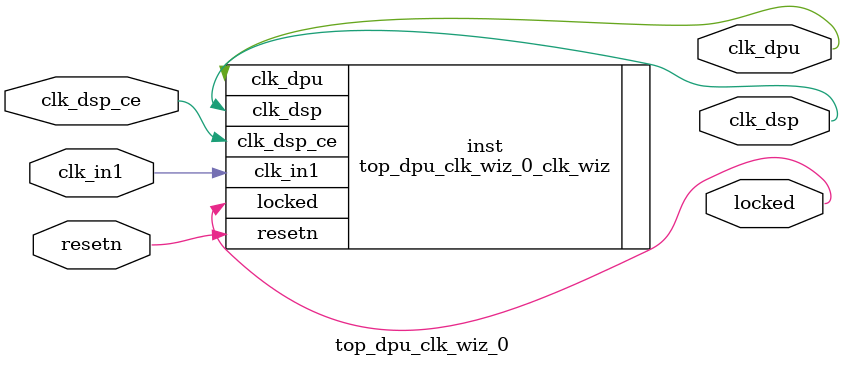
<source format=v>


`timescale 1ps/1ps

(* CORE_GENERATION_INFO = "top_dpu_clk_wiz_0,clk_wiz_v6_0_15_0_0,{component_name=top_dpu_clk_wiz_0,use_phase_alignment=false,use_min_o_jitter=false,use_max_i_jitter=false,use_dyn_phase_shift=false,use_inclk_switchover=false,use_dyn_reconfig=false,enable_axi=0,feedback_source=FDBK_AUTO,PRIMITIVE=PLL,num_out_clk=2,clkin1_period=10.001,clkin2_period=10.000,use_power_down=false,use_reset=true,use_locked=true,use_inclk_stopped=false,feedback_type=SINGLE,CLOCK_MGR_TYPE=NA,manual_override=false}" *)

module top_dpu_clk_wiz_0 
 (
  // Clock out ports
  input         clk_dsp_ce,
  output        clk_dsp,
  output        clk_dpu,
  // Status and control signals
  input         resetn,
  output        locked,
 // Clock in ports
  input         clk_in1
 );

  top_dpu_clk_wiz_0_clk_wiz inst
  (
  // Clock out ports  
  .clk_dsp_ce(clk_dsp_ce),
  .clk_dsp(clk_dsp),
  .clk_dpu(clk_dpu),
  // Status and control signals               
  .resetn(resetn), 
  .locked(locked),
 // Clock in ports
  .clk_in1(clk_in1)
  );

endmodule

</source>
